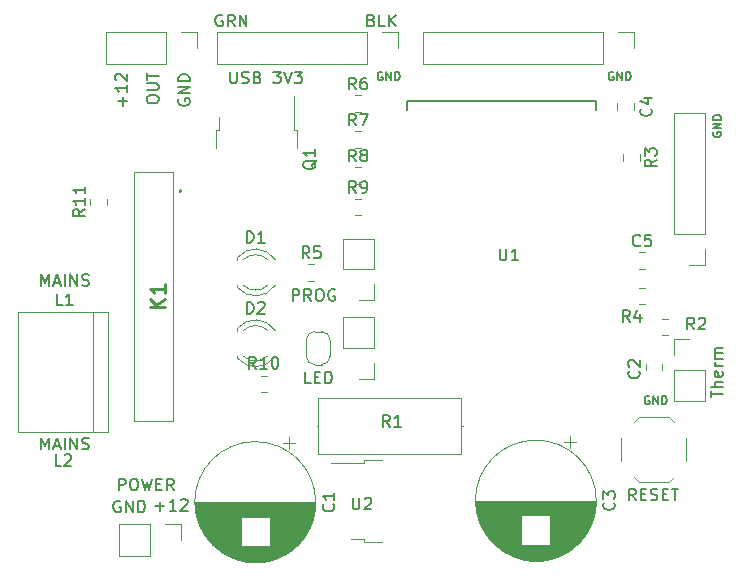
<source format=gbr>
%TF.GenerationSoftware,KiCad,Pcbnew,5.1.6-c6e7f7d~87~ubuntu18.04.1*%
%TF.CreationDate,2022-02-07T12:13:50+00:00*%
%TF.ProjectId,wifiboard-v4,77696669-626f-4617-9264-2d76342e6b69,rev?*%
%TF.SameCoordinates,Original*%
%TF.FileFunction,Legend,Top*%
%TF.FilePolarity,Positive*%
%FSLAX46Y46*%
G04 Gerber Fmt 4.6, Leading zero omitted, Abs format (unit mm)*
G04 Created by KiCad (PCBNEW 5.1.6-c6e7f7d~87~ubuntu18.04.1) date 2022-02-07 12:13:50*
%MOMM*%
%LPD*%
G01*
G04 APERTURE LIST*
%ADD10C,0.150000*%
%ADD11C,0.120000*%
%ADD12C,0.100000*%
%ADD13C,0.200000*%
%ADD14C,0.152400*%
%ADD15C,0.254000*%
G04 APERTURE END LIST*
D10*
X27690476Y-172452380D02*
X27690476Y-171452380D01*
X28071428Y-171452380D01*
X28166666Y-171500000D01*
X28214285Y-171547619D01*
X28261904Y-171642857D01*
X28261904Y-171785714D01*
X28214285Y-171880952D01*
X28166666Y-171928571D01*
X28071428Y-171976190D01*
X27690476Y-171976190D01*
X28880952Y-171452380D02*
X29071428Y-171452380D01*
X29166666Y-171500000D01*
X29261904Y-171595238D01*
X29309523Y-171785714D01*
X29309523Y-172119047D01*
X29261904Y-172309523D01*
X29166666Y-172404761D01*
X29071428Y-172452380D01*
X28880952Y-172452380D01*
X28785714Y-172404761D01*
X28690476Y-172309523D01*
X28642857Y-172119047D01*
X28642857Y-171785714D01*
X28690476Y-171595238D01*
X28785714Y-171500000D01*
X28880952Y-171452380D01*
X29642857Y-171452380D02*
X29880952Y-172452380D01*
X30071428Y-171738095D01*
X30261904Y-172452380D01*
X30500000Y-171452380D01*
X30880952Y-171928571D02*
X31214285Y-171928571D01*
X31357142Y-172452380D02*
X30880952Y-172452380D01*
X30880952Y-171452380D01*
X31357142Y-171452380D01*
X32357142Y-172452380D02*
X32023809Y-171976190D01*
X31785714Y-172452380D02*
X31785714Y-171452380D01*
X32166666Y-171452380D01*
X32261904Y-171500000D01*
X32309523Y-171547619D01*
X32357142Y-171642857D01*
X32357142Y-171785714D01*
X32309523Y-171880952D01*
X32261904Y-171928571D01*
X32166666Y-171976190D01*
X31785714Y-171976190D01*
X21114000Y-168981380D02*
X21114000Y-167981380D01*
X21447333Y-168695666D01*
X21780666Y-167981380D01*
X21780666Y-168981380D01*
X22209238Y-168695666D02*
X22685428Y-168695666D01*
X22114000Y-168981380D02*
X22447333Y-167981380D01*
X22780666Y-168981380D01*
X23114000Y-168981380D02*
X23114000Y-167981380D01*
X23590190Y-168981380D02*
X23590190Y-167981380D01*
X24161619Y-168981380D01*
X24161619Y-167981380D01*
X24590190Y-168933761D02*
X24733047Y-168981380D01*
X24971142Y-168981380D01*
X25066380Y-168933761D01*
X25114000Y-168886142D01*
X25161619Y-168790904D01*
X25161619Y-168695666D01*
X25114000Y-168600428D01*
X25066380Y-168552809D01*
X24971142Y-168505190D01*
X24780666Y-168457571D01*
X24685428Y-168409952D01*
X24637809Y-168362333D01*
X24590190Y-168267095D01*
X24590190Y-168171857D01*
X24637809Y-168076619D01*
X24685428Y-168029000D01*
X24780666Y-167981380D01*
X25018761Y-167981380D01*
X25161619Y-168029000D01*
X22820333Y-170378380D02*
X22344142Y-170378380D01*
X22344142Y-169378380D01*
X23106047Y-169473619D02*
X23153666Y-169426000D01*
X23248904Y-169378380D01*
X23487000Y-169378380D01*
X23582238Y-169426000D01*
X23629857Y-169473619D01*
X23677476Y-169568857D01*
X23677476Y-169664095D01*
X23629857Y-169806952D01*
X23058428Y-170378380D01*
X23677476Y-170378380D01*
X22947333Y-156789380D02*
X22471142Y-156789380D01*
X22471142Y-155789380D01*
X23804476Y-156789380D02*
X23233047Y-156789380D01*
X23518761Y-156789380D02*
X23518761Y-155789380D01*
X23423523Y-155932238D01*
X23328285Y-156027476D01*
X23233047Y-156075095D01*
X72618666Y-164496000D02*
X72552000Y-164462666D01*
X72452000Y-164462666D01*
X72352000Y-164496000D01*
X72285333Y-164562666D01*
X72252000Y-164629333D01*
X72218666Y-164762666D01*
X72218666Y-164862666D01*
X72252000Y-164996000D01*
X72285333Y-165062666D01*
X72352000Y-165129333D01*
X72452000Y-165162666D01*
X72518666Y-165162666D01*
X72618666Y-165129333D01*
X72652000Y-165096000D01*
X72652000Y-164862666D01*
X72518666Y-164862666D01*
X72952000Y-165162666D02*
X72952000Y-164462666D01*
X73352000Y-165162666D01*
X73352000Y-164462666D01*
X73685333Y-165162666D02*
X73685333Y-164462666D01*
X73852000Y-164462666D01*
X73952000Y-164496000D01*
X74018666Y-164562666D01*
X74052000Y-164629333D01*
X74085333Y-164762666D01*
X74085333Y-164862666D01*
X74052000Y-164996000D01*
X74018666Y-165062666D01*
X73952000Y-165129333D01*
X73852000Y-165162666D01*
X73685333Y-165162666D01*
X50012666Y-137064000D02*
X49946000Y-137030666D01*
X49846000Y-137030666D01*
X49746000Y-137064000D01*
X49679333Y-137130666D01*
X49646000Y-137197333D01*
X49612666Y-137330666D01*
X49612666Y-137430666D01*
X49646000Y-137564000D01*
X49679333Y-137630666D01*
X49746000Y-137697333D01*
X49846000Y-137730666D01*
X49912666Y-137730666D01*
X50012666Y-137697333D01*
X50046000Y-137664000D01*
X50046000Y-137430666D01*
X49912666Y-137430666D01*
X50346000Y-137730666D02*
X50346000Y-137030666D01*
X50746000Y-137730666D01*
X50746000Y-137030666D01*
X51079333Y-137730666D02*
X51079333Y-137030666D01*
X51246000Y-137030666D01*
X51346000Y-137064000D01*
X51412666Y-137130666D01*
X51446000Y-137197333D01*
X51479333Y-137330666D01*
X51479333Y-137430666D01*
X51446000Y-137564000D01*
X51412666Y-137630666D01*
X51346000Y-137697333D01*
X51246000Y-137730666D01*
X51079333Y-137730666D01*
X69570666Y-137064000D02*
X69504000Y-137030666D01*
X69404000Y-137030666D01*
X69304000Y-137064000D01*
X69237333Y-137130666D01*
X69204000Y-137197333D01*
X69170666Y-137330666D01*
X69170666Y-137430666D01*
X69204000Y-137564000D01*
X69237333Y-137630666D01*
X69304000Y-137697333D01*
X69404000Y-137730666D01*
X69470666Y-137730666D01*
X69570666Y-137697333D01*
X69604000Y-137664000D01*
X69604000Y-137430666D01*
X69470666Y-137430666D01*
X69904000Y-137730666D02*
X69904000Y-137030666D01*
X70304000Y-137730666D01*
X70304000Y-137030666D01*
X70637333Y-137730666D02*
X70637333Y-137030666D01*
X70804000Y-137030666D01*
X70904000Y-137064000D01*
X70970666Y-137130666D01*
X71004000Y-137197333D01*
X71037333Y-137330666D01*
X71037333Y-137430666D01*
X71004000Y-137564000D01*
X70970666Y-137630666D01*
X70904000Y-137697333D01*
X70804000Y-137730666D01*
X70637333Y-137730666D01*
X78009000Y-142138333D02*
X77975666Y-142205000D01*
X77975666Y-142305000D01*
X78009000Y-142405000D01*
X78075666Y-142471666D01*
X78142333Y-142505000D01*
X78275666Y-142538333D01*
X78375666Y-142538333D01*
X78509000Y-142505000D01*
X78575666Y-142471666D01*
X78642333Y-142405000D01*
X78675666Y-142305000D01*
X78675666Y-142238333D01*
X78642333Y-142138333D01*
X78609000Y-142105000D01*
X78375666Y-142105000D01*
X78375666Y-142238333D01*
X78675666Y-141805000D02*
X77975666Y-141805000D01*
X78675666Y-141405000D01*
X77975666Y-141405000D01*
X78675666Y-141071666D02*
X77975666Y-141071666D01*
X77975666Y-140905000D01*
X78009000Y-140805000D01*
X78075666Y-140738333D01*
X78142333Y-140705000D01*
X78275666Y-140671666D01*
X78375666Y-140671666D01*
X78509000Y-140705000D01*
X78575666Y-140738333D01*
X78642333Y-140805000D01*
X78675666Y-140905000D01*
X78675666Y-141071666D01*
X71445619Y-173299380D02*
X71112285Y-172823190D01*
X70874190Y-173299380D02*
X70874190Y-172299380D01*
X71255142Y-172299380D01*
X71350380Y-172347000D01*
X71398000Y-172394619D01*
X71445619Y-172489857D01*
X71445619Y-172632714D01*
X71398000Y-172727952D01*
X71350380Y-172775571D01*
X71255142Y-172823190D01*
X70874190Y-172823190D01*
X71874190Y-172775571D02*
X72207523Y-172775571D01*
X72350380Y-173299380D02*
X71874190Y-173299380D01*
X71874190Y-172299380D01*
X72350380Y-172299380D01*
X72731333Y-173251761D02*
X72874190Y-173299380D01*
X73112285Y-173299380D01*
X73207523Y-173251761D01*
X73255142Y-173204142D01*
X73302761Y-173108904D01*
X73302761Y-173013666D01*
X73255142Y-172918428D01*
X73207523Y-172870809D01*
X73112285Y-172823190D01*
X72921809Y-172775571D01*
X72826571Y-172727952D01*
X72778952Y-172680333D01*
X72731333Y-172585095D01*
X72731333Y-172489857D01*
X72778952Y-172394619D01*
X72826571Y-172347000D01*
X72921809Y-172299380D01*
X73159904Y-172299380D01*
X73302761Y-172347000D01*
X73731333Y-172775571D02*
X74064666Y-172775571D01*
X74207523Y-173299380D02*
X73731333Y-173299380D01*
X73731333Y-172299380D01*
X74207523Y-172299380D01*
X74493238Y-172299380D02*
X75064666Y-172299380D01*
X74778952Y-173299380D02*
X74778952Y-172299380D01*
X36449095Y-132215000D02*
X36353857Y-132167380D01*
X36211000Y-132167380D01*
X36068142Y-132215000D01*
X35972904Y-132310238D01*
X35925285Y-132405476D01*
X35877666Y-132595952D01*
X35877666Y-132738809D01*
X35925285Y-132929285D01*
X35972904Y-133024523D01*
X36068142Y-133119761D01*
X36211000Y-133167380D01*
X36306238Y-133167380D01*
X36449095Y-133119761D01*
X36496714Y-133072142D01*
X36496714Y-132738809D01*
X36306238Y-132738809D01*
X37496714Y-133167380D02*
X37163380Y-132691190D01*
X36925285Y-133167380D02*
X36925285Y-132167380D01*
X37306238Y-132167380D01*
X37401476Y-132215000D01*
X37449095Y-132262619D01*
X37496714Y-132357857D01*
X37496714Y-132500714D01*
X37449095Y-132595952D01*
X37401476Y-132643571D01*
X37306238Y-132691190D01*
X36925285Y-132691190D01*
X37925285Y-133167380D02*
X37925285Y-132167380D01*
X38496714Y-133167380D01*
X38496714Y-132167380D01*
X49077666Y-132643571D02*
X49220523Y-132691190D01*
X49268142Y-132738809D01*
X49315761Y-132834047D01*
X49315761Y-132976904D01*
X49268142Y-133072142D01*
X49220523Y-133119761D01*
X49125285Y-133167380D01*
X48744333Y-133167380D01*
X48744333Y-132167380D01*
X49077666Y-132167380D01*
X49172904Y-132215000D01*
X49220523Y-132262619D01*
X49268142Y-132357857D01*
X49268142Y-132453095D01*
X49220523Y-132548333D01*
X49172904Y-132595952D01*
X49077666Y-132643571D01*
X48744333Y-132643571D01*
X50220523Y-133167380D02*
X49744333Y-133167380D01*
X49744333Y-132167380D01*
X50553857Y-133167380D02*
X50553857Y-132167380D01*
X51125285Y-133167380D02*
X50696714Y-132595952D01*
X51125285Y-132167380D02*
X50553857Y-132738809D01*
X77811380Y-164575857D02*
X77811380Y-164004428D01*
X78811380Y-164290142D02*
X77811380Y-164290142D01*
X78811380Y-163671095D02*
X77811380Y-163671095D01*
X78811380Y-163242523D02*
X78287571Y-163242523D01*
X78192333Y-163290142D01*
X78144714Y-163385380D01*
X78144714Y-163528238D01*
X78192333Y-163623476D01*
X78239952Y-163671095D01*
X78763761Y-162385380D02*
X78811380Y-162480619D01*
X78811380Y-162671095D01*
X78763761Y-162766333D01*
X78668523Y-162813952D01*
X78287571Y-162813952D01*
X78192333Y-162766333D01*
X78144714Y-162671095D01*
X78144714Y-162480619D01*
X78192333Y-162385380D01*
X78287571Y-162337761D01*
X78382809Y-162337761D01*
X78478047Y-162813952D01*
X78811380Y-161909190D02*
X78144714Y-161909190D01*
X78335190Y-161909190D02*
X78239952Y-161861571D01*
X78192333Y-161813952D01*
X78144714Y-161718714D01*
X78144714Y-161623476D01*
X78811380Y-161290142D02*
X78144714Y-161290142D01*
X78239952Y-161290142D02*
X78192333Y-161242523D01*
X78144714Y-161147285D01*
X78144714Y-161004428D01*
X78192333Y-160909190D01*
X78287571Y-160861571D01*
X78811380Y-160861571D01*
X78287571Y-160861571D02*
X78192333Y-160813952D01*
X78144714Y-160718714D01*
X78144714Y-160575857D01*
X78192333Y-160480619D01*
X78287571Y-160433000D01*
X78811380Y-160433000D01*
X43934142Y-163393380D02*
X43457952Y-163393380D01*
X43457952Y-162393380D01*
X44267476Y-162869571D02*
X44600809Y-162869571D01*
X44743666Y-163393380D02*
X44267476Y-163393380D01*
X44267476Y-162393380D01*
X44743666Y-162393380D01*
X45172238Y-163393380D02*
X45172238Y-162393380D01*
X45410333Y-162393380D01*
X45553190Y-162441000D01*
X45648428Y-162536238D01*
X45696047Y-162631476D01*
X45743666Y-162821952D01*
X45743666Y-162964809D01*
X45696047Y-163155285D01*
X45648428Y-163250523D01*
X45553190Y-163345761D01*
X45410333Y-163393380D01*
X45172238Y-163393380D01*
X42410285Y-156408380D02*
X42410285Y-155408380D01*
X42791238Y-155408380D01*
X42886476Y-155456000D01*
X42934095Y-155503619D01*
X42981714Y-155598857D01*
X42981714Y-155741714D01*
X42934095Y-155836952D01*
X42886476Y-155884571D01*
X42791238Y-155932190D01*
X42410285Y-155932190D01*
X43981714Y-156408380D02*
X43648380Y-155932190D01*
X43410285Y-156408380D02*
X43410285Y-155408380D01*
X43791238Y-155408380D01*
X43886476Y-155456000D01*
X43934095Y-155503619D01*
X43981714Y-155598857D01*
X43981714Y-155741714D01*
X43934095Y-155836952D01*
X43886476Y-155884571D01*
X43791238Y-155932190D01*
X43410285Y-155932190D01*
X44600761Y-155408380D02*
X44791238Y-155408380D01*
X44886476Y-155456000D01*
X44981714Y-155551238D01*
X45029333Y-155741714D01*
X45029333Y-156075047D01*
X44981714Y-156265523D01*
X44886476Y-156360761D01*
X44791238Y-156408380D01*
X44600761Y-156408380D01*
X44505523Y-156360761D01*
X44410285Y-156265523D01*
X44362666Y-156075047D01*
X44362666Y-155741714D01*
X44410285Y-155551238D01*
X44505523Y-155456000D01*
X44600761Y-155408380D01*
X45981714Y-155456000D02*
X45886476Y-155408380D01*
X45743619Y-155408380D01*
X45600761Y-155456000D01*
X45505523Y-155551238D01*
X45457904Y-155646476D01*
X45410285Y-155836952D01*
X45410285Y-155979809D01*
X45457904Y-156170285D01*
X45505523Y-156265523D01*
X45600761Y-156360761D01*
X45743619Y-156408380D01*
X45838857Y-156408380D01*
X45981714Y-156360761D01*
X46029333Y-156313142D01*
X46029333Y-155979809D01*
X45838857Y-155979809D01*
X37108190Y-136993380D02*
X37108190Y-137802904D01*
X37155809Y-137898142D01*
X37203428Y-137945761D01*
X37298666Y-137993380D01*
X37489142Y-137993380D01*
X37584380Y-137945761D01*
X37632000Y-137898142D01*
X37679619Y-137802904D01*
X37679619Y-136993380D01*
X38108190Y-137945761D02*
X38251047Y-137993380D01*
X38489142Y-137993380D01*
X38584380Y-137945761D01*
X38632000Y-137898142D01*
X38679619Y-137802904D01*
X38679619Y-137707666D01*
X38632000Y-137612428D01*
X38584380Y-137564809D01*
X38489142Y-137517190D01*
X38298666Y-137469571D01*
X38203428Y-137421952D01*
X38155809Y-137374333D01*
X38108190Y-137279095D01*
X38108190Y-137183857D01*
X38155809Y-137088619D01*
X38203428Y-137041000D01*
X38298666Y-136993380D01*
X38536761Y-136993380D01*
X38679619Y-137041000D01*
X39441523Y-137469571D02*
X39584380Y-137517190D01*
X39632000Y-137564809D01*
X39679619Y-137660047D01*
X39679619Y-137802904D01*
X39632000Y-137898142D01*
X39584380Y-137945761D01*
X39489142Y-137993380D01*
X39108190Y-137993380D01*
X39108190Y-136993380D01*
X39441523Y-136993380D01*
X39536761Y-137041000D01*
X39584380Y-137088619D01*
X39632000Y-137183857D01*
X39632000Y-137279095D01*
X39584380Y-137374333D01*
X39536761Y-137421952D01*
X39441523Y-137469571D01*
X39108190Y-137469571D01*
X40774857Y-136993380D02*
X41393904Y-136993380D01*
X41060571Y-137374333D01*
X41203428Y-137374333D01*
X41298666Y-137421952D01*
X41346285Y-137469571D01*
X41393904Y-137564809D01*
X41393904Y-137802904D01*
X41346285Y-137898142D01*
X41298666Y-137945761D01*
X41203428Y-137993380D01*
X40917714Y-137993380D01*
X40822476Y-137945761D01*
X40774857Y-137898142D01*
X41679619Y-136993380D02*
X42012952Y-137993380D01*
X42346285Y-136993380D01*
X42584380Y-136993380D02*
X43203428Y-136993380D01*
X42870095Y-137374333D01*
X43012952Y-137374333D01*
X43108190Y-137421952D01*
X43155809Y-137469571D01*
X43203428Y-137564809D01*
X43203428Y-137802904D01*
X43155809Y-137898142D01*
X43108190Y-137945761D01*
X43012952Y-137993380D01*
X42727238Y-137993380D01*
X42632000Y-137945761D01*
X42584380Y-137898142D01*
X32774000Y-139318904D02*
X32726380Y-139414142D01*
X32726380Y-139557000D01*
X32774000Y-139699857D01*
X32869238Y-139795095D01*
X32964476Y-139842714D01*
X33154952Y-139890333D01*
X33297809Y-139890333D01*
X33488285Y-139842714D01*
X33583523Y-139795095D01*
X33678761Y-139699857D01*
X33726380Y-139557000D01*
X33726380Y-139461761D01*
X33678761Y-139318904D01*
X33631142Y-139271285D01*
X33297809Y-139271285D01*
X33297809Y-139461761D01*
X33726380Y-138842714D02*
X32726380Y-138842714D01*
X33726380Y-138271285D01*
X32726380Y-138271285D01*
X33726380Y-137795095D02*
X32726380Y-137795095D01*
X32726380Y-137557000D01*
X32774000Y-137414142D01*
X32869238Y-137318904D01*
X32964476Y-137271285D01*
X33154952Y-137223666D01*
X33297809Y-137223666D01*
X33488285Y-137271285D01*
X33583523Y-137318904D01*
X33678761Y-137414142D01*
X33726380Y-137557000D01*
X33726380Y-137795095D01*
X30059380Y-139430000D02*
X30059380Y-139239523D01*
X30107000Y-139144285D01*
X30202238Y-139049047D01*
X30392714Y-139001428D01*
X30726047Y-139001428D01*
X30916523Y-139049047D01*
X31011761Y-139144285D01*
X31059380Y-139239523D01*
X31059380Y-139430000D01*
X31011761Y-139525238D01*
X30916523Y-139620476D01*
X30726047Y-139668095D01*
X30392714Y-139668095D01*
X30202238Y-139620476D01*
X30107000Y-139525238D01*
X30059380Y-139430000D01*
X30059380Y-138572857D02*
X30868904Y-138572857D01*
X30964142Y-138525238D01*
X31011761Y-138477619D01*
X31059380Y-138382380D01*
X31059380Y-138191904D01*
X31011761Y-138096666D01*
X30964142Y-138049047D01*
X30868904Y-138001428D01*
X30059380Y-138001428D01*
X30059380Y-137668095D02*
X30059380Y-137096666D01*
X31059380Y-137382380D02*
X30059380Y-137382380D01*
X28011428Y-139890333D02*
X28011428Y-139128428D01*
X28392380Y-139509380D02*
X27630476Y-139509380D01*
X28392380Y-138128428D02*
X28392380Y-138699857D01*
X28392380Y-138414142D02*
X27392380Y-138414142D01*
X27535238Y-138509380D01*
X27630476Y-138604619D01*
X27678095Y-138699857D01*
X27487619Y-137747476D02*
X27440000Y-137699857D01*
X27392380Y-137604619D01*
X27392380Y-137366523D01*
X27440000Y-137271285D01*
X27487619Y-137223666D01*
X27582857Y-137176047D01*
X27678095Y-137176047D01*
X27820952Y-137223666D01*
X28392380Y-137795095D01*
X28392380Y-137176047D01*
X21114000Y-155138380D02*
X21114000Y-154138380D01*
X21447333Y-154852666D01*
X21780666Y-154138380D01*
X21780666Y-155138380D01*
X22209238Y-154852666D02*
X22685428Y-154852666D01*
X22114000Y-155138380D02*
X22447333Y-154138380D01*
X22780666Y-155138380D01*
X23114000Y-155138380D02*
X23114000Y-154138380D01*
X23590190Y-155138380D02*
X23590190Y-154138380D01*
X24161619Y-155138380D01*
X24161619Y-154138380D01*
X24590190Y-155090761D02*
X24733047Y-155138380D01*
X24971142Y-155138380D01*
X25066380Y-155090761D01*
X25114000Y-155043142D01*
X25161619Y-154947904D01*
X25161619Y-154852666D01*
X25114000Y-154757428D01*
X25066380Y-154709809D01*
X24971142Y-154662190D01*
X24780666Y-154614571D01*
X24685428Y-154566952D01*
X24637809Y-154519333D01*
X24590190Y-154424095D01*
X24590190Y-154328857D01*
X24637809Y-154233619D01*
X24685428Y-154186000D01*
X24780666Y-154138380D01*
X25018761Y-154138380D01*
X25161619Y-154186000D01*
X27813095Y-173363000D02*
X27717857Y-173315380D01*
X27575000Y-173315380D01*
X27432142Y-173363000D01*
X27336904Y-173458238D01*
X27289285Y-173553476D01*
X27241666Y-173743952D01*
X27241666Y-173886809D01*
X27289285Y-174077285D01*
X27336904Y-174172523D01*
X27432142Y-174267761D01*
X27575000Y-174315380D01*
X27670238Y-174315380D01*
X27813095Y-174267761D01*
X27860714Y-174220142D01*
X27860714Y-173886809D01*
X27670238Y-173886809D01*
X28289285Y-174315380D02*
X28289285Y-173315380D01*
X28860714Y-174315380D01*
X28860714Y-173315380D01*
X29336904Y-174315380D02*
X29336904Y-173315380D01*
X29575000Y-173315380D01*
X29717857Y-173363000D01*
X29813095Y-173458238D01*
X29860714Y-173553476D01*
X29908333Y-173743952D01*
X29908333Y-173886809D01*
X29860714Y-174077285D01*
X29813095Y-174172523D01*
X29717857Y-174267761D01*
X29575000Y-174315380D01*
X29336904Y-174315380D01*
X30797666Y-173807428D02*
X31559571Y-173807428D01*
X31178619Y-174188380D02*
X31178619Y-173426476D01*
X32559571Y-174188380D02*
X31988142Y-174188380D01*
X32273857Y-174188380D02*
X32273857Y-173188380D01*
X32178619Y-173331238D01*
X32083380Y-173426476D01*
X31988142Y-173474095D01*
X32940523Y-173283619D02*
X32988142Y-173236000D01*
X33083380Y-173188380D01*
X33321476Y-173188380D01*
X33416714Y-173236000D01*
X33464333Y-173283619D01*
X33511952Y-173378857D01*
X33511952Y-173474095D01*
X33464333Y-173616952D01*
X32892904Y-174188380D01*
X33511952Y-174188380D01*
D11*
%TO.C,C1*%
X42618000Y-168462354D02*
X41618000Y-168462354D01*
X42118000Y-167962354D02*
X42118000Y-168962354D01*
X39842000Y-178523000D02*
X38644000Y-178523000D01*
X40105000Y-178483000D02*
X38381000Y-178483000D01*
X40305000Y-178443000D02*
X38181000Y-178443000D01*
X40473000Y-178403000D02*
X38013000Y-178403000D01*
X40621000Y-178363000D02*
X37865000Y-178363000D01*
X40753000Y-178323000D02*
X37733000Y-178323000D01*
X40873000Y-178283000D02*
X37613000Y-178283000D01*
X40985000Y-178243000D02*
X37501000Y-178243000D01*
X41089000Y-178203000D02*
X37397000Y-178203000D01*
X41187000Y-178163000D02*
X37299000Y-178163000D01*
X41280000Y-178123000D02*
X37206000Y-178123000D01*
X41368000Y-178083000D02*
X37118000Y-178083000D01*
X41452000Y-178043000D02*
X37034000Y-178043000D01*
X41532000Y-178003000D02*
X36954000Y-178003000D01*
X41608000Y-177963000D02*
X36878000Y-177963000D01*
X41682000Y-177923000D02*
X36804000Y-177923000D01*
X41753000Y-177883000D02*
X36733000Y-177883000D01*
X41822000Y-177843000D02*
X36664000Y-177843000D01*
X41888000Y-177803000D02*
X36598000Y-177803000D01*
X41952000Y-177763000D02*
X36534000Y-177763000D01*
X42013000Y-177723000D02*
X36473000Y-177723000D01*
X42073000Y-177683000D02*
X36413000Y-177683000D01*
X42132000Y-177643000D02*
X36354000Y-177643000D01*
X42188000Y-177603000D02*
X36298000Y-177603000D01*
X42243000Y-177563000D02*
X36243000Y-177563000D01*
X42297000Y-177523000D02*
X36189000Y-177523000D01*
X42349000Y-177483000D02*
X36137000Y-177483000D01*
X42399000Y-177443000D02*
X36087000Y-177443000D01*
X42449000Y-177403000D02*
X36037000Y-177403000D01*
X42497000Y-177363000D02*
X35989000Y-177363000D01*
X42544000Y-177323000D02*
X35942000Y-177323000D01*
X42590000Y-177283000D02*
X35896000Y-177283000D01*
X42635000Y-177243000D02*
X35851000Y-177243000D01*
X42679000Y-177203000D02*
X35807000Y-177203000D01*
X38002000Y-177163000D02*
X35765000Y-177163000D01*
X42721000Y-177163000D02*
X40484000Y-177163000D01*
X38002000Y-177123000D02*
X35723000Y-177123000D01*
X42763000Y-177123000D02*
X40484000Y-177123000D01*
X38002000Y-177083000D02*
X35682000Y-177083000D01*
X42804000Y-177083000D02*
X40484000Y-177083000D01*
X38002000Y-177043000D02*
X35642000Y-177043000D01*
X42844000Y-177043000D02*
X40484000Y-177043000D01*
X38002000Y-177003000D02*
X35603000Y-177003000D01*
X42883000Y-177003000D02*
X40484000Y-177003000D01*
X38002000Y-176963000D02*
X35564000Y-176963000D01*
X42922000Y-176963000D02*
X40484000Y-176963000D01*
X38002000Y-176923000D02*
X35527000Y-176923000D01*
X42959000Y-176923000D02*
X40484000Y-176923000D01*
X38002000Y-176883000D02*
X35490000Y-176883000D01*
X42996000Y-176883000D02*
X40484000Y-176883000D01*
X38002000Y-176843000D02*
X35454000Y-176843000D01*
X43032000Y-176843000D02*
X40484000Y-176843000D01*
X38002000Y-176803000D02*
X35419000Y-176803000D01*
X43067000Y-176803000D02*
X40484000Y-176803000D01*
X38002000Y-176763000D02*
X35385000Y-176763000D01*
X43101000Y-176763000D02*
X40484000Y-176763000D01*
X38002000Y-176723000D02*
X35351000Y-176723000D01*
X43135000Y-176723000D02*
X40484000Y-176723000D01*
X38002000Y-176683000D02*
X35318000Y-176683000D01*
X43168000Y-176683000D02*
X40484000Y-176683000D01*
X38002000Y-176643000D02*
X35286000Y-176643000D01*
X43200000Y-176643000D02*
X40484000Y-176643000D01*
X38002000Y-176603000D02*
X35254000Y-176603000D01*
X43232000Y-176603000D02*
X40484000Y-176603000D01*
X38002000Y-176563000D02*
X35223000Y-176563000D01*
X43263000Y-176563000D02*
X40484000Y-176563000D01*
X38002000Y-176523000D02*
X35193000Y-176523000D01*
X43293000Y-176523000D02*
X40484000Y-176523000D01*
X38002000Y-176483000D02*
X35163000Y-176483000D01*
X43323000Y-176483000D02*
X40484000Y-176483000D01*
X38002000Y-176443000D02*
X35133000Y-176443000D01*
X43353000Y-176443000D02*
X40484000Y-176443000D01*
X38002000Y-176403000D02*
X35105000Y-176403000D01*
X43381000Y-176403000D02*
X40484000Y-176403000D01*
X38002000Y-176363000D02*
X35077000Y-176363000D01*
X43409000Y-176363000D02*
X40484000Y-176363000D01*
X38002000Y-176323000D02*
X35049000Y-176323000D01*
X43437000Y-176323000D02*
X40484000Y-176323000D01*
X38002000Y-176283000D02*
X35022000Y-176283000D01*
X43464000Y-176283000D02*
X40484000Y-176283000D01*
X38002000Y-176243000D02*
X34996000Y-176243000D01*
X43490000Y-176243000D02*
X40484000Y-176243000D01*
X38002000Y-176203000D02*
X34970000Y-176203000D01*
X43516000Y-176203000D02*
X40484000Y-176203000D01*
X38002000Y-176163000D02*
X34945000Y-176163000D01*
X43541000Y-176163000D02*
X40484000Y-176163000D01*
X38002000Y-176123000D02*
X34920000Y-176123000D01*
X43566000Y-176123000D02*
X40484000Y-176123000D01*
X38002000Y-176083000D02*
X34896000Y-176083000D01*
X43590000Y-176083000D02*
X40484000Y-176083000D01*
X38002000Y-176043000D02*
X34872000Y-176043000D01*
X43614000Y-176043000D02*
X40484000Y-176043000D01*
X38002000Y-176003000D02*
X34848000Y-176003000D01*
X43638000Y-176003000D02*
X40484000Y-176003000D01*
X38002000Y-175963000D02*
X34826000Y-175963000D01*
X43660000Y-175963000D02*
X40484000Y-175963000D01*
X38002000Y-175923000D02*
X34803000Y-175923000D01*
X43683000Y-175923000D02*
X40484000Y-175923000D01*
X38002000Y-175883000D02*
X34781000Y-175883000D01*
X43705000Y-175883000D02*
X40484000Y-175883000D01*
X38002000Y-175843000D02*
X34760000Y-175843000D01*
X43726000Y-175843000D02*
X40484000Y-175843000D01*
X38002000Y-175803000D02*
X34739000Y-175803000D01*
X43747000Y-175803000D02*
X40484000Y-175803000D01*
X38002000Y-175763000D02*
X34718000Y-175763000D01*
X43768000Y-175763000D02*
X40484000Y-175763000D01*
X38002000Y-175723000D02*
X34698000Y-175723000D01*
X43788000Y-175723000D02*
X40484000Y-175723000D01*
X38002000Y-175683000D02*
X34679000Y-175683000D01*
X43807000Y-175683000D02*
X40484000Y-175683000D01*
X38002000Y-175643000D02*
X34659000Y-175643000D01*
X43827000Y-175643000D02*
X40484000Y-175643000D01*
X38002000Y-175603000D02*
X34640000Y-175603000D01*
X43846000Y-175603000D02*
X40484000Y-175603000D01*
X38002000Y-175563000D02*
X34622000Y-175563000D01*
X43864000Y-175563000D02*
X40484000Y-175563000D01*
X38002000Y-175523000D02*
X34604000Y-175523000D01*
X43882000Y-175523000D02*
X40484000Y-175523000D01*
X38002000Y-175483000D02*
X34586000Y-175483000D01*
X43900000Y-175483000D02*
X40484000Y-175483000D01*
X38002000Y-175443000D02*
X34569000Y-175443000D01*
X43917000Y-175443000D02*
X40484000Y-175443000D01*
X38002000Y-175403000D02*
X34553000Y-175403000D01*
X43933000Y-175403000D02*
X40484000Y-175403000D01*
X38002000Y-175363000D02*
X34536000Y-175363000D01*
X43950000Y-175363000D02*
X40484000Y-175363000D01*
X38002000Y-175323000D02*
X34520000Y-175323000D01*
X43966000Y-175323000D02*
X40484000Y-175323000D01*
X38002000Y-175283000D02*
X34505000Y-175283000D01*
X43981000Y-175283000D02*
X40484000Y-175283000D01*
X38002000Y-175243000D02*
X34489000Y-175243000D01*
X43997000Y-175243000D02*
X40484000Y-175243000D01*
X38002000Y-175203000D02*
X34475000Y-175203000D01*
X44011000Y-175203000D02*
X40484000Y-175203000D01*
X38002000Y-175163000D02*
X34460000Y-175163000D01*
X44026000Y-175163000D02*
X40484000Y-175163000D01*
X38002000Y-175123000D02*
X34446000Y-175123000D01*
X44040000Y-175123000D02*
X40484000Y-175123000D01*
X38002000Y-175083000D02*
X34432000Y-175083000D01*
X44054000Y-175083000D02*
X40484000Y-175083000D01*
X38002000Y-175043000D02*
X34419000Y-175043000D01*
X44067000Y-175043000D02*
X40484000Y-175043000D01*
X38002000Y-175003000D02*
X34406000Y-175003000D01*
X44080000Y-175003000D02*
X40484000Y-175003000D01*
X38002000Y-174963000D02*
X34393000Y-174963000D01*
X44093000Y-174963000D02*
X40484000Y-174963000D01*
X38002000Y-174923000D02*
X34381000Y-174923000D01*
X44105000Y-174923000D02*
X40484000Y-174923000D01*
X38002000Y-174883000D02*
X34369000Y-174883000D01*
X44117000Y-174883000D02*
X40484000Y-174883000D01*
X38002000Y-174843000D02*
X34358000Y-174843000D01*
X44128000Y-174843000D02*
X40484000Y-174843000D01*
X38002000Y-174803000D02*
X34346000Y-174803000D01*
X44140000Y-174803000D02*
X40484000Y-174803000D01*
X38002000Y-174763000D02*
X34336000Y-174763000D01*
X44150000Y-174763000D02*
X40484000Y-174763000D01*
X38002000Y-174723000D02*
X34325000Y-174723000D01*
X44161000Y-174723000D02*
X40484000Y-174723000D01*
X44171000Y-174683000D02*
X34315000Y-174683000D01*
X44181000Y-174643000D02*
X34305000Y-174643000D01*
X44190000Y-174603000D02*
X34296000Y-174603000D01*
X44199000Y-174563000D02*
X34287000Y-174563000D01*
X44208000Y-174523000D02*
X34278000Y-174523000D01*
X44217000Y-174483000D02*
X34269000Y-174483000D01*
X44225000Y-174443000D02*
X34261000Y-174443000D01*
X44233000Y-174403000D02*
X34253000Y-174403000D01*
X44240000Y-174363000D02*
X34246000Y-174363000D01*
X44247000Y-174323000D02*
X34239000Y-174323000D01*
X44254000Y-174283000D02*
X34232000Y-174283000D01*
X44261000Y-174243000D02*
X34225000Y-174243000D01*
X44267000Y-174203000D02*
X34219000Y-174203000D01*
X44273000Y-174163000D02*
X34213000Y-174163000D01*
X44278000Y-174122000D02*
X34208000Y-174122000D01*
X44283000Y-174082000D02*
X34203000Y-174082000D01*
X44288000Y-174042000D02*
X34198000Y-174042000D01*
X44293000Y-174002000D02*
X34193000Y-174002000D01*
X44297000Y-173962000D02*
X34189000Y-173962000D01*
X44301000Y-173922000D02*
X34185000Y-173922000D01*
X44305000Y-173882000D02*
X34181000Y-173882000D01*
X44308000Y-173842000D02*
X34178000Y-173842000D01*
X44311000Y-173802000D02*
X34175000Y-173802000D01*
X44313000Y-173762000D02*
X34173000Y-173762000D01*
X44316000Y-173722000D02*
X34170000Y-173722000D01*
X44318000Y-173682000D02*
X34168000Y-173682000D01*
X44320000Y-173642000D02*
X34166000Y-173642000D01*
X44321000Y-173602000D02*
X34165000Y-173602000D01*
X44322000Y-173562000D02*
X34164000Y-173562000D01*
X44323000Y-173522000D02*
X34163000Y-173522000D01*
X44323000Y-173482000D02*
X34163000Y-173482000D01*
X44323000Y-173442000D02*
X34163000Y-173442000D01*
X44363000Y-173442000D02*
G75*
G03*
X44363000Y-173442000I-5120000J0D01*
G01*
%TO.C,C2*%
X72290000Y-161741422D02*
X72290000Y-162258578D01*
X73710000Y-161741422D02*
X73710000Y-162258578D01*
%TO.C,C3*%
X68120000Y-173315000D02*
G75*
G03*
X68120000Y-173315000I-5120000J0D01*
G01*
X68080000Y-173315000D02*
X57920000Y-173315000D01*
X68080000Y-173355000D02*
X57920000Y-173355000D01*
X68080000Y-173395000D02*
X57920000Y-173395000D01*
X68079000Y-173435000D02*
X57921000Y-173435000D01*
X68078000Y-173475000D02*
X57922000Y-173475000D01*
X68077000Y-173515000D02*
X57923000Y-173515000D01*
X68075000Y-173555000D02*
X57925000Y-173555000D01*
X68073000Y-173595000D02*
X57927000Y-173595000D01*
X68070000Y-173635000D02*
X57930000Y-173635000D01*
X68068000Y-173675000D02*
X57932000Y-173675000D01*
X68065000Y-173715000D02*
X57935000Y-173715000D01*
X68062000Y-173755000D02*
X57938000Y-173755000D01*
X68058000Y-173795000D02*
X57942000Y-173795000D01*
X68054000Y-173835000D02*
X57946000Y-173835000D01*
X68050000Y-173875000D02*
X57950000Y-173875000D01*
X68045000Y-173915000D02*
X57955000Y-173915000D01*
X68040000Y-173955000D02*
X57960000Y-173955000D01*
X68035000Y-173995000D02*
X57965000Y-173995000D01*
X68030000Y-174036000D02*
X57970000Y-174036000D01*
X68024000Y-174076000D02*
X57976000Y-174076000D01*
X68018000Y-174116000D02*
X57982000Y-174116000D01*
X68011000Y-174156000D02*
X57989000Y-174156000D01*
X68004000Y-174196000D02*
X57996000Y-174196000D01*
X67997000Y-174236000D02*
X58003000Y-174236000D01*
X67990000Y-174276000D02*
X58010000Y-174276000D01*
X67982000Y-174316000D02*
X58018000Y-174316000D01*
X67974000Y-174356000D02*
X58026000Y-174356000D01*
X67965000Y-174396000D02*
X58035000Y-174396000D01*
X67956000Y-174436000D02*
X58044000Y-174436000D01*
X67947000Y-174476000D02*
X58053000Y-174476000D01*
X67938000Y-174516000D02*
X58062000Y-174516000D01*
X67928000Y-174556000D02*
X58072000Y-174556000D01*
X67918000Y-174596000D02*
X64241000Y-174596000D01*
X61759000Y-174596000D02*
X58082000Y-174596000D01*
X67907000Y-174636000D02*
X64241000Y-174636000D01*
X61759000Y-174636000D02*
X58093000Y-174636000D01*
X67897000Y-174676000D02*
X64241000Y-174676000D01*
X61759000Y-174676000D02*
X58103000Y-174676000D01*
X67885000Y-174716000D02*
X64241000Y-174716000D01*
X61759000Y-174716000D02*
X58115000Y-174716000D01*
X67874000Y-174756000D02*
X64241000Y-174756000D01*
X61759000Y-174756000D02*
X58126000Y-174756000D01*
X67862000Y-174796000D02*
X64241000Y-174796000D01*
X61759000Y-174796000D02*
X58138000Y-174796000D01*
X67850000Y-174836000D02*
X64241000Y-174836000D01*
X61759000Y-174836000D02*
X58150000Y-174836000D01*
X67837000Y-174876000D02*
X64241000Y-174876000D01*
X61759000Y-174876000D02*
X58163000Y-174876000D01*
X67824000Y-174916000D02*
X64241000Y-174916000D01*
X61759000Y-174916000D02*
X58176000Y-174916000D01*
X67811000Y-174956000D02*
X64241000Y-174956000D01*
X61759000Y-174956000D02*
X58189000Y-174956000D01*
X67797000Y-174996000D02*
X64241000Y-174996000D01*
X61759000Y-174996000D02*
X58203000Y-174996000D01*
X67783000Y-175036000D02*
X64241000Y-175036000D01*
X61759000Y-175036000D02*
X58217000Y-175036000D01*
X67768000Y-175076000D02*
X64241000Y-175076000D01*
X61759000Y-175076000D02*
X58232000Y-175076000D01*
X67754000Y-175116000D02*
X64241000Y-175116000D01*
X61759000Y-175116000D02*
X58246000Y-175116000D01*
X67738000Y-175156000D02*
X64241000Y-175156000D01*
X61759000Y-175156000D02*
X58262000Y-175156000D01*
X67723000Y-175196000D02*
X64241000Y-175196000D01*
X61759000Y-175196000D02*
X58277000Y-175196000D01*
X67707000Y-175236000D02*
X64241000Y-175236000D01*
X61759000Y-175236000D02*
X58293000Y-175236000D01*
X67690000Y-175276000D02*
X64241000Y-175276000D01*
X61759000Y-175276000D02*
X58310000Y-175276000D01*
X67674000Y-175316000D02*
X64241000Y-175316000D01*
X61759000Y-175316000D02*
X58326000Y-175316000D01*
X67657000Y-175356000D02*
X64241000Y-175356000D01*
X61759000Y-175356000D02*
X58343000Y-175356000D01*
X67639000Y-175396000D02*
X64241000Y-175396000D01*
X61759000Y-175396000D02*
X58361000Y-175396000D01*
X67621000Y-175436000D02*
X64241000Y-175436000D01*
X61759000Y-175436000D02*
X58379000Y-175436000D01*
X67603000Y-175476000D02*
X64241000Y-175476000D01*
X61759000Y-175476000D02*
X58397000Y-175476000D01*
X67584000Y-175516000D02*
X64241000Y-175516000D01*
X61759000Y-175516000D02*
X58416000Y-175516000D01*
X67564000Y-175556000D02*
X64241000Y-175556000D01*
X61759000Y-175556000D02*
X58436000Y-175556000D01*
X67545000Y-175596000D02*
X64241000Y-175596000D01*
X61759000Y-175596000D02*
X58455000Y-175596000D01*
X67525000Y-175636000D02*
X64241000Y-175636000D01*
X61759000Y-175636000D02*
X58475000Y-175636000D01*
X67504000Y-175676000D02*
X64241000Y-175676000D01*
X61759000Y-175676000D02*
X58496000Y-175676000D01*
X67483000Y-175716000D02*
X64241000Y-175716000D01*
X61759000Y-175716000D02*
X58517000Y-175716000D01*
X67462000Y-175756000D02*
X64241000Y-175756000D01*
X61759000Y-175756000D02*
X58538000Y-175756000D01*
X67440000Y-175796000D02*
X64241000Y-175796000D01*
X61759000Y-175796000D02*
X58560000Y-175796000D01*
X67417000Y-175836000D02*
X64241000Y-175836000D01*
X61759000Y-175836000D02*
X58583000Y-175836000D01*
X67395000Y-175876000D02*
X64241000Y-175876000D01*
X61759000Y-175876000D02*
X58605000Y-175876000D01*
X67371000Y-175916000D02*
X64241000Y-175916000D01*
X61759000Y-175916000D02*
X58629000Y-175916000D01*
X67347000Y-175956000D02*
X64241000Y-175956000D01*
X61759000Y-175956000D02*
X58653000Y-175956000D01*
X67323000Y-175996000D02*
X64241000Y-175996000D01*
X61759000Y-175996000D02*
X58677000Y-175996000D01*
X67298000Y-176036000D02*
X64241000Y-176036000D01*
X61759000Y-176036000D02*
X58702000Y-176036000D01*
X67273000Y-176076000D02*
X64241000Y-176076000D01*
X61759000Y-176076000D02*
X58727000Y-176076000D01*
X67247000Y-176116000D02*
X64241000Y-176116000D01*
X61759000Y-176116000D02*
X58753000Y-176116000D01*
X67221000Y-176156000D02*
X64241000Y-176156000D01*
X61759000Y-176156000D02*
X58779000Y-176156000D01*
X67194000Y-176196000D02*
X64241000Y-176196000D01*
X61759000Y-176196000D02*
X58806000Y-176196000D01*
X67166000Y-176236000D02*
X64241000Y-176236000D01*
X61759000Y-176236000D02*
X58834000Y-176236000D01*
X67138000Y-176276000D02*
X64241000Y-176276000D01*
X61759000Y-176276000D02*
X58862000Y-176276000D01*
X67110000Y-176316000D02*
X64241000Y-176316000D01*
X61759000Y-176316000D02*
X58890000Y-176316000D01*
X67080000Y-176356000D02*
X64241000Y-176356000D01*
X61759000Y-176356000D02*
X58920000Y-176356000D01*
X67050000Y-176396000D02*
X64241000Y-176396000D01*
X61759000Y-176396000D02*
X58950000Y-176396000D01*
X67020000Y-176436000D02*
X64241000Y-176436000D01*
X61759000Y-176436000D02*
X58980000Y-176436000D01*
X66989000Y-176476000D02*
X64241000Y-176476000D01*
X61759000Y-176476000D02*
X59011000Y-176476000D01*
X66957000Y-176516000D02*
X64241000Y-176516000D01*
X61759000Y-176516000D02*
X59043000Y-176516000D01*
X66925000Y-176556000D02*
X64241000Y-176556000D01*
X61759000Y-176556000D02*
X59075000Y-176556000D01*
X66892000Y-176596000D02*
X64241000Y-176596000D01*
X61759000Y-176596000D02*
X59108000Y-176596000D01*
X66858000Y-176636000D02*
X64241000Y-176636000D01*
X61759000Y-176636000D02*
X59142000Y-176636000D01*
X66824000Y-176676000D02*
X64241000Y-176676000D01*
X61759000Y-176676000D02*
X59176000Y-176676000D01*
X66789000Y-176716000D02*
X64241000Y-176716000D01*
X61759000Y-176716000D02*
X59211000Y-176716000D01*
X66753000Y-176756000D02*
X64241000Y-176756000D01*
X61759000Y-176756000D02*
X59247000Y-176756000D01*
X66716000Y-176796000D02*
X64241000Y-176796000D01*
X61759000Y-176796000D02*
X59284000Y-176796000D01*
X66679000Y-176836000D02*
X64241000Y-176836000D01*
X61759000Y-176836000D02*
X59321000Y-176836000D01*
X66640000Y-176876000D02*
X64241000Y-176876000D01*
X61759000Y-176876000D02*
X59360000Y-176876000D01*
X66601000Y-176916000D02*
X64241000Y-176916000D01*
X61759000Y-176916000D02*
X59399000Y-176916000D01*
X66561000Y-176956000D02*
X64241000Y-176956000D01*
X61759000Y-176956000D02*
X59439000Y-176956000D01*
X66520000Y-176996000D02*
X64241000Y-176996000D01*
X61759000Y-176996000D02*
X59480000Y-176996000D01*
X66478000Y-177036000D02*
X64241000Y-177036000D01*
X61759000Y-177036000D02*
X59522000Y-177036000D01*
X66436000Y-177076000D02*
X59564000Y-177076000D01*
X66392000Y-177116000D02*
X59608000Y-177116000D01*
X66347000Y-177156000D02*
X59653000Y-177156000D01*
X66301000Y-177196000D02*
X59699000Y-177196000D01*
X66254000Y-177236000D02*
X59746000Y-177236000D01*
X66206000Y-177276000D02*
X59794000Y-177276000D01*
X66156000Y-177316000D02*
X59844000Y-177316000D01*
X66106000Y-177356000D02*
X59894000Y-177356000D01*
X66054000Y-177396000D02*
X59946000Y-177396000D01*
X66000000Y-177436000D02*
X60000000Y-177436000D01*
X65945000Y-177476000D02*
X60055000Y-177476000D01*
X65889000Y-177516000D02*
X60111000Y-177516000D01*
X65830000Y-177556000D02*
X60170000Y-177556000D01*
X65770000Y-177596000D02*
X60230000Y-177596000D01*
X65709000Y-177636000D02*
X60291000Y-177636000D01*
X65645000Y-177676000D02*
X60355000Y-177676000D01*
X65579000Y-177716000D02*
X60421000Y-177716000D01*
X65510000Y-177756000D02*
X60490000Y-177756000D01*
X65439000Y-177796000D02*
X60561000Y-177796000D01*
X65365000Y-177836000D02*
X60635000Y-177836000D01*
X65289000Y-177876000D02*
X60711000Y-177876000D01*
X65209000Y-177916000D02*
X60791000Y-177916000D01*
X65125000Y-177956000D02*
X60875000Y-177956000D01*
X65037000Y-177996000D02*
X60963000Y-177996000D01*
X64944000Y-178036000D02*
X61056000Y-178036000D01*
X64846000Y-178076000D02*
X61154000Y-178076000D01*
X64742000Y-178116000D02*
X61258000Y-178116000D01*
X64630000Y-178156000D02*
X61370000Y-178156000D01*
X64510000Y-178196000D02*
X61490000Y-178196000D01*
X64378000Y-178236000D02*
X61622000Y-178236000D01*
X64230000Y-178276000D02*
X61770000Y-178276000D01*
X64062000Y-178316000D02*
X61938000Y-178316000D01*
X63862000Y-178356000D02*
X62138000Y-178356000D01*
X63599000Y-178396000D02*
X62401000Y-178396000D01*
X65875000Y-167835354D02*
X65875000Y-168835354D01*
X66375000Y-168335354D02*
X65375000Y-168335354D01*
%TO.C,C4*%
X69902000Y-140212578D02*
X69902000Y-139695422D01*
X71322000Y-140212578D02*
X71322000Y-139695422D01*
%TO.C,C5*%
X71741422Y-152290000D02*
X72258578Y-152290000D01*
X71741422Y-153710000D02*
X72258578Y-153710000D01*
%TO.C,D1*%
X37710000Y-155080000D02*
X37710000Y-155236000D01*
X37710000Y-152764000D02*
X37710000Y-152920000D01*
X40311130Y-155079837D02*
G75*
G02*
X38229039Y-155080000I-1041130J1079837D01*
G01*
X40311130Y-152920163D02*
G75*
G03*
X38229039Y-152920000I-1041130J-1079837D01*
G01*
X40942335Y-155078608D02*
G75*
G02*
X37710000Y-155235516I-1672335J1078608D01*
G01*
X40942335Y-152921392D02*
G75*
G03*
X37710000Y-152764484I-1672335J-1078608D01*
G01*
%TO.C,D2*%
X37710000Y-158764000D02*
X37710000Y-158920000D01*
X37710000Y-161080000D02*
X37710000Y-161236000D01*
X40942335Y-158921392D02*
G75*
G03*
X37710000Y-158764484I-1672335J-1078608D01*
G01*
X40942335Y-161078608D02*
G75*
G02*
X37710000Y-161235516I-1672335J1078608D01*
G01*
X40311130Y-158920163D02*
G75*
G03*
X38229039Y-158920000I-1041130J-1079837D01*
G01*
X40311130Y-161079837D02*
G75*
G02*
X38229039Y-161080000I-1041130J1079837D01*
G01*
%TO.C,J1*%
X32953000Y-175327000D02*
X32953000Y-176657000D01*
X31623000Y-175327000D02*
X32953000Y-175327000D01*
X30353000Y-175327000D02*
X30353000Y-177987000D01*
X30353000Y-177987000D02*
X27753000Y-177987000D01*
X30353000Y-175327000D02*
X27753000Y-175327000D01*
X27753000Y-175327000D02*
X27753000Y-177987000D01*
%TO.C,J2*%
X74670000Y-164870000D02*
X77330000Y-164870000D01*
X74670000Y-162270000D02*
X74670000Y-164870000D01*
X77330000Y-162270000D02*
X77330000Y-164870000D01*
X74670000Y-162270000D02*
X77330000Y-162270000D01*
X74670000Y-161000000D02*
X74670000Y-159670000D01*
X74670000Y-159670000D02*
X76000000Y-159670000D01*
%TO.C,J3*%
X77330000Y-140510000D02*
X74670000Y-140510000D01*
X77330000Y-150730000D02*
X77330000Y-140510000D01*
X74670000Y-150730000D02*
X74670000Y-140510000D01*
X77330000Y-150730000D02*
X74670000Y-150730000D01*
X77330000Y-152000000D02*
X77330000Y-153330000D01*
X77330000Y-153330000D02*
X76000000Y-153330000D01*
%TO.C,J4*%
X53430000Y-133670000D02*
X53430000Y-136330000D01*
X68730000Y-133670000D02*
X53430000Y-133670000D01*
X68730000Y-136330000D02*
X53430000Y-136330000D01*
X68730000Y-133670000D02*
X68730000Y-136330000D01*
X70000000Y-133670000D02*
X71330000Y-133670000D01*
X71330000Y-133670000D02*
X71330000Y-135000000D01*
%TO.C,J5*%
X35970000Y-133670000D02*
X35970000Y-136330000D01*
X48730000Y-133670000D02*
X35970000Y-133670000D01*
X48730000Y-136330000D02*
X35970000Y-136330000D01*
X48730000Y-133670000D02*
X48730000Y-136330000D01*
X50000000Y-133670000D02*
X51330000Y-133670000D01*
X51330000Y-133670000D02*
X51330000Y-135000000D01*
%TO.C,J6*%
X49330000Y-151130000D02*
X46670000Y-151130000D01*
X49330000Y-153730000D02*
X49330000Y-151130000D01*
X46670000Y-153730000D02*
X46670000Y-151130000D01*
X49330000Y-153730000D02*
X46670000Y-153730000D01*
X49330000Y-155000000D02*
X49330000Y-156330000D01*
X49330000Y-156330000D02*
X48000000Y-156330000D01*
%TO.C,J7*%
X26590000Y-133670000D02*
X26590000Y-136330000D01*
X31730000Y-133670000D02*
X26590000Y-133670000D01*
X31730000Y-136330000D02*
X26590000Y-136330000D01*
X31730000Y-133670000D02*
X31730000Y-136330000D01*
X33000000Y-133670000D02*
X34330000Y-133670000D01*
X34330000Y-133670000D02*
X34330000Y-135000000D01*
%TO.C,J8*%
X25540000Y-157380000D02*
X25540000Y-167540000D01*
X26810000Y-157380000D02*
X19190000Y-157380000D01*
X19190000Y-157380000D02*
X19190000Y-167540000D01*
X19190000Y-167540000D02*
X26810000Y-167540000D01*
X26810000Y-167540000D02*
X26810000Y-157380000D01*
D12*
%TO.C,K1*%
X32301000Y-145459000D02*
X32301000Y-166541000D01*
X32301000Y-166541000D02*
X28999000Y-166541000D01*
X28999000Y-166541000D02*
X28999000Y-145459000D01*
X28999000Y-145459000D02*
X32301000Y-145459000D01*
D13*
X32901000Y-147000000D02*
X32901000Y-147000000D01*
X32901000Y-147200000D02*
X32901000Y-147200000D01*
X32901000Y-147200000D02*
G75*
G03*
X32901000Y-147000000I0J100000D01*
G01*
X32901000Y-147000000D02*
G75*
G03*
X32901000Y-147200000I0J-100000D01*
G01*
D11*
%TO.C,Q1*%
X36190000Y-141929000D02*
X36190000Y-140829000D01*
X35920000Y-141929000D02*
X36190000Y-141929000D01*
X35920000Y-143429000D02*
X35920000Y-141929000D01*
X42550000Y-141929000D02*
X42550000Y-139099000D01*
X42820000Y-141929000D02*
X42550000Y-141929000D01*
X42820000Y-143429000D02*
X42820000Y-141929000D01*
%TO.C,R1*%
X44550000Y-164630000D02*
X44550000Y-169370000D01*
X44550000Y-169370000D02*
X56690000Y-169370000D01*
X56690000Y-169370000D02*
X56690000Y-164630000D01*
X56690000Y-164630000D02*
X44550000Y-164630000D01*
X44440000Y-167000000D02*
X44550000Y-167000000D01*
X56800000Y-167000000D02*
X56690000Y-167000000D01*
%TO.C,R2*%
X73655422Y-157913000D02*
X74172578Y-157913000D01*
X73655422Y-159333000D02*
X74172578Y-159333000D01*
%TO.C,R3*%
X70410000Y-144013422D02*
X70410000Y-144530578D01*
X71830000Y-144013422D02*
X71830000Y-144530578D01*
%TO.C,R4*%
X72258578Y-156710000D02*
X71741422Y-156710000D01*
X72258578Y-155290000D02*
X71741422Y-155290000D01*
%TO.C,R5*%
X43741422Y-154710000D02*
X44258578Y-154710000D01*
X43741422Y-153290000D02*
X44258578Y-153290000D01*
%TO.C,R6*%
X47683422Y-140410000D02*
X48200578Y-140410000D01*
X47683422Y-138990000D02*
X48200578Y-138990000D01*
%TO.C,R7*%
X47683422Y-142038000D02*
X48200578Y-142038000D01*
X47683422Y-143458000D02*
X48200578Y-143458000D01*
%TO.C,R8*%
X47683422Y-145086000D02*
X48200578Y-145086000D01*
X47683422Y-146506000D02*
X48200578Y-146506000D01*
%TO.C,R9*%
X47683422Y-149173000D02*
X48200578Y-149173000D01*
X47683422Y-147753000D02*
X48200578Y-147753000D01*
%TO.C,R10*%
X40263578Y-164159000D02*
X39746422Y-164159000D01*
X40263578Y-162739000D02*
X39746422Y-162739000D01*
%TO.C,R11*%
X26710000Y-148258578D02*
X26710000Y-147741422D01*
X25290000Y-148258578D02*
X25290000Y-147741422D01*
%TO.C,SW1*%
X71300000Y-171300000D02*
X71750000Y-171750000D01*
X74700000Y-171300000D02*
X74250000Y-171750000D01*
X74700000Y-166700000D02*
X74250000Y-166250000D01*
X71300000Y-166700000D02*
X71750000Y-166250000D01*
X75750000Y-168000000D02*
X75750000Y-170000000D01*
X71750000Y-171750000D02*
X74250000Y-171750000D01*
X70250000Y-168000000D02*
X70250000Y-170000000D01*
X71750000Y-166250000D02*
X74250000Y-166250000D01*
%TO.C,J9*%
X49336000Y-157801000D02*
X46676000Y-157801000D01*
X49336000Y-160401000D02*
X49336000Y-157801000D01*
X46676000Y-160401000D02*
X46676000Y-157801000D01*
X49336000Y-160401000D02*
X46676000Y-160401000D01*
X49336000Y-161671000D02*
X49336000Y-163001000D01*
X49336000Y-163001000D02*
X48006000Y-163001000D01*
%TO.C,U2*%
X48457000Y-176535000D02*
X47357000Y-176535000D01*
X48457000Y-176805000D02*
X48457000Y-176535000D01*
X49957000Y-176805000D02*
X48457000Y-176805000D01*
X48457000Y-170175000D02*
X45627000Y-170175000D01*
X48457000Y-169905000D02*
X48457000Y-170175000D01*
X49957000Y-169905000D02*
X48457000Y-169905000D01*
D14*
%TO.C,U1*%
X68072000Y-140208000D02*
X68072000Y-139446000D01*
X68072000Y-139446000D02*
X52070000Y-139446000D01*
X52070000Y-139446000D02*
X52070000Y-140208000D01*
D11*
%TO.C,JP1*%
X44277000Y-159001000D02*
X44877000Y-159001000D01*
X43577000Y-161101000D02*
X43577000Y-159701000D01*
X44877000Y-161801000D02*
X44277000Y-161801000D01*
X45577000Y-159701000D02*
X45577000Y-161101000D01*
X45577000Y-161101000D02*
G75*
G02*
X44877000Y-161801000I-700000J0D01*
G01*
X44277000Y-161801000D02*
G75*
G02*
X43577000Y-161101000I0J700000D01*
G01*
X43577000Y-159701000D02*
G75*
G02*
X44277000Y-159001000I700000J0D01*
G01*
X44877000Y-159001000D02*
G75*
G02*
X45577000Y-159701000I0J-700000D01*
G01*
%TO.C,C1*%
D10*
X45850142Y-173608666D02*
X45897761Y-173656285D01*
X45945380Y-173799142D01*
X45945380Y-173894380D01*
X45897761Y-174037238D01*
X45802523Y-174132476D01*
X45707285Y-174180095D01*
X45516809Y-174227714D01*
X45373952Y-174227714D01*
X45183476Y-174180095D01*
X45088238Y-174132476D01*
X44993000Y-174037238D01*
X44945380Y-173894380D01*
X44945380Y-173799142D01*
X44993000Y-173656285D01*
X45040619Y-173608666D01*
X45945380Y-172656285D02*
X45945380Y-173227714D01*
X45945380Y-172942000D02*
X44945380Y-172942000D01*
X45088238Y-173037238D01*
X45183476Y-173132476D01*
X45231095Y-173227714D01*
%TO.C,C2*%
X71731142Y-162345666D02*
X71778761Y-162393285D01*
X71826380Y-162536142D01*
X71826380Y-162631380D01*
X71778761Y-162774238D01*
X71683523Y-162869476D01*
X71588285Y-162917095D01*
X71397809Y-162964714D01*
X71254952Y-162964714D01*
X71064476Y-162917095D01*
X70969238Y-162869476D01*
X70874000Y-162774238D01*
X70826380Y-162631380D01*
X70826380Y-162536142D01*
X70874000Y-162393285D01*
X70921619Y-162345666D01*
X70921619Y-161964714D02*
X70874000Y-161917095D01*
X70826380Y-161821857D01*
X70826380Y-161583761D01*
X70874000Y-161488523D01*
X70921619Y-161440904D01*
X71016857Y-161393285D01*
X71112095Y-161393285D01*
X71254952Y-161440904D01*
X71826380Y-162012333D01*
X71826380Y-161393285D01*
%TO.C,C3*%
X69607142Y-173481666D02*
X69654761Y-173529285D01*
X69702380Y-173672142D01*
X69702380Y-173767380D01*
X69654761Y-173910238D01*
X69559523Y-174005476D01*
X69464285Y-174053095D01*
X69273809Y-174100714D01*
X69130952Y-174100714D01*
X68940476Y-174053095D01*
X68845238Y-174005476D01*
X68750000Y-173910238D01*
X68702380Y-173767380D01*
X68702380Y-173672142D01*
X68750000Y-173529285D01*
X68797619Y-173481666D01*
X68702380Y-173148333D02*
X68702380Y-172529285D01*
X69083333Y-172862619D01*
X69083333Y-172719761D01*
X69130952Y-172624523D01*
X69178571Y-172576904D01*
X69273809Y-172529285D01*
X69511904Y-172529285D01*
X69607142Y-172576904D01*
X69654761Y-172624523D01*
X69702380Y-172719761D01*
X69702380Y-173005476D01*
X69654761Y-173100714D01*
X69607142Y-173148333D01*
%TO.C,C4*%
X72747142Y-140120666D02*
X72794761Y-140168285D01*
X72842380Y-140311142D01*
X72842380Y-140406380D01*
X72794761Y-140549238D01*
X72699523Y-140644476D01*
X72604285Y-140692095D01*
X72413809Y-140739714D01*
X72270952Y-140739714D01*
X72080476Y-140692095D01*
X71985238Y-140644476D01*
X71890000Y-140549238D01*
X71842380Y-140406380D01*
X71842380Y-140311142D01*
X71890000Y-140168285D01*
X71937619Y-140120666D01*
X72175714Y-139263523D02*
X72842380Y-139263523D01*
X71794761Y-139501619D02*
X72509047Y-139739714D01*
X72509047Y-139120666D01*
%TO.C,C5*%
X71833333Y-151707142D02*
X71785714Y-151754761D01*
X71642857Y-151802380D01*
X71547619Y-151802380D01*
X71404761Y-151754761D01*
X71309523Y-151659523D01*
X71261904Y-151564285D01*
X71214285Y-151373809D01*
X71214285Y-151230952D01*
X71261904Y-151040476D01*
X71309523Y-150945238D01*
X71404761Y-150850000D01*
X71547619Y-150802380D01*
X71642857Y-150802380D01*
X71785714Y-150850000D01*
X71833333Y-150897619D01*
X72738095Y-150802380D02*
X72261904Y-150802380D01*
X72214285Y-151278571D01*
X72261904Y-151230952D01*
X72357142Y-151183333D01*
X72595238Y-151183333D01*
X72690476Y-151230952D01*
X72738095Y-151278571D01*
X72785714Y-151373809D01*
X72785714Y-151611904D01*
X72738095Y-151707142D01*
X72690476Y-151754761D01*
X72595238Y-151802380D01*
X72357142Y-151802380D01*
X72261904Y-151754761D01*
X72214285Y-151707142D01*
%TO.C,D1*%
X38531904Y-151492380D02*
X38531904Y-150492380D01*
X38770000Y-150492380D01*
X38912857Y-150540000D01*
X39008095Y-150635238D01*
X39055714Y-150730476D01*
X39103333Y-150920952D01*
X39103333Y-151063809D01*
X39055714Y-151254285D01*
X39008095Y-151349523D01*
X38912857Y-151444761D01*
X38770000Y-151492380D01*
X38531904Y-151492380D01*
X40055714Y-151492380D02*
X39484285Y-151492380D01*
X39770000Y-151492380D02*
X39770000Y-150492380D01*
X39674761Y-150635238D01*
X39579523Y-150730476D01*
X39484285Y-150778095D01*
%TO.C,D2*%
X38531904Y-157492380D02*
X38531904Y-156492380D01*
X38770000Y-156492380D01*
X38912857Y-156540000D01*
X39008095Y-156635238D01*
X39055714Y-156730476D01*
X39103333Y-156920952D01*
X39103333Y-157063809D01*
X39055714Y-157254285D01*
X39008095Y-157349523D01*
X38912857Y-157444761D01*
X38770000Y-157492380D01*
X38531904Y-157492380D01*
X39484285Y-156587619D02*
X39531904Y-156540000D01*
X39627142Y-156492380D01*
X39865238Y-156492380D01*
X39960476Y-156540000D01*
X40008095Y-156587619D01*
X40055714Y-156682857D01*
X40055714Y-156778095D01*
X40008095Y-156920952D01*
X39436666Y-157492380D01*
X40055714Y-157492380D01*
%TO.C,K1*%
D15*
X31574523Y-156937380D02*
X30304523Y-156937380D01*
X31574523Y-156211666D02*
X30848809Y-156755952D01*
X30304523Y-156211666D02*
X31030238Y-156937380D01*
X31574523Y-155002142D02*
X31574523Y-155727857D01*
X31574523Y-155365000D02*
X30304523Y-155365000D01*
X30485952Y-155485952D01*
X30606904Y-155606904D01*
X30667380Y-155727857D01*
%TO.C,Q1*%
D10*
X44417619Y-144494238D02*
X44370000Y-144589476D01*
X44274761Y-144684714D01*
X44131904Y-144827571D01*
X44084285Y-144922809D01*
X44084285Y-145018047D01*
X44322380Y-144970428D02*
X44274761Y-145065666D01*
X44179523Y-145160904D01*
X43989047Y-145208523D01*
X43655714Y-145208523D01*
X43465238Y-145160904D01*
X43370000Y-145065666D01*
X43322380Y-144970428D01*
X43322380Y-144779952D01*
X43370000Y-144684714D01*
X43465238Y-144589476D01*
X43655714Y-144541857D01*
X43989047Y-144541857D01*
X44179523Y-144589476D01*
X44274761Y-144684714D01*
X44322380Y-144779952D01*
X44322380Y-144970428D01*
X44322380Y-143589476D02*
X44322380Y-144160904D01*
X44322380Y-143875190D02*
X43322380Y-143875190D01*
X43465238Y-143970428D01*
X43560476Y-144065666D01*
X43608095Y-144160904D01*
%TO.C,R1*%
X50633333Y-167076380D02*
X50300000Y-166600190D01*
X50061904Y-167076380D02*
X50061904Y-166076380D01*
X50442857Y-166076380D01*
X50538095Y-166124000D01*
X50585714Y-166171619D01*
X50633333Y-166266857D01*
X50633333Y-166409714D01*
X50585714Y-166504952D01*
X50538095Y-166552571D01*
X50442857Y-166600190D01*
X50061904Y-166600190D01*
X51585714Y-167076380D02*
X51014285Y-167076380D01*
X51300000Y-167076380D02*
X51300000Y-166076380D01*
X51204761Y-166219238D01*
X51109523Y-166314476D01*
X51014285Y-166362095D01*
%TO.C,R2*%
X76414333Y-158821380D02*
X76081000Y-158345190D01*
X75842904Y-158821380D02*
X75842904Y-157821380D01*
X76223857Y-157821380D01*
X76319095Y-157869000D01*
X76366714Y-157916619D01*
X76414333Y-158011857D01*
X76414333Y-158154714D01*
X76366714Y-158249952D01*
X76319095Y-158297571D01*
X76223857Y-158345190D01*
X75842904Y-158345190D01*
X76795285Y-157916619D02*
X76842904Y-157869000D01*
X76938142Y-157821380D01*
X77176238Y-157821380D01*
X77271476Y-157869000D01*
X77319095Y-157916619D01*
X77366714Y-158011857D01*
X77366714Y-158107095D01*
X77319095Y-158249952D01*
X76747666Y-158821380D01*
X77366714Y-158821380D01*
%TO.C,R3*%
X73222380Y-144438666D02*
X72746190Y-144772000D01*
X73222380Y-145010095D02*
X72222380Y-145010095D01*
X72222380Y-144629142D01*
X72270000Y-144533904D01*
X72317619Y-144486285D01*
X72412857Y-144438666D01*
X72555714Y-144438666D01*
X72650952Y-144486285D01*
X72698571Y-144533904D01*
X72746190Y-144629142D01*
X72746190Y-145010095D01*
X72222380Y-144105333D02*
X72222380Y-143486285D01*
X72603333Y-143819619D01*
X72603333Y-143676761D01*
X72650952Y-143581523D01*
X72698571Y-143533904D01*
X72793809Y-143486285D01*
X73031904Y-143486285D01*
X73127142Y-143533904D01*
X73174761Y-143581523D01*
X73222380Y-143676761D01*
X73222380Y-143962476D01*
X73174761Y-144057714D01*
X73127142Y-144105333D01*
%TO.C,R4*%
X70953333Y-158186380D02*
X70620000Y-157710190D01*
X70381904Y-158186380D02*
X70381904Y-157186380D01*
X70762857Y-157186380D01*
X70858095Y-157234000D01*
X70905714Y-157281619D01*
X70953333Y-157376857D01*
X70953333Y-157519714D01*
X70905714Y-157614952D01*
X70858095Y-157662571D01*
X70762857Y-157710190D01*
X70381904Y-157710190D01*
X71810476Y-157519714D02*
X71810476Y-158186380D01*
X71572380Y-157138761D02*
X71334285Y-157853047D01*
X71953333Y-157853047D01*
%TO.C,R5*%
X43833333Y-152802380D02*
X43500000Y-152326190D01*
X43261904Y-152802380D02*
X43261904Y-151802380D01*
X43642857Y-151802380D01*
X43738095Y-151850000D01*
X43785714Y-151897619D01*
X43833333Y-151992857D01*
X43833333Y-152135714D01*
X43785714Y-152230952D01*
X43738095Y-152278571D01*
X43642857Y-152326190D01*
X43261904Y-152326190D01*
X44738095Y-151802380D02*
X44261904Y-151802380D01*
X44214285Y-152278571D01*
X44261904Y-152230952D01*
X44357142Y-152183333D01*
X44595238Y-152183333D01*
X44690476Y-152230952D01*
X44738095Y-152278571D01*
X44785714Y-152373809D01*
X44785714Y-152611904D01*
X44738095Y-152707142D01*
X44690476Y-152754761D01*
X44595238Y-152802380D01*
X44357142Y-152802380D01*
X44261904Y-152754761D01*
X44214285Y-152707142D01*
%TO.C,R6*%
X47775333Y-138502380D02*
X47442000Y-138026190D01*
X47203904Y-138502380D02*
X47203904Y-137502380D01*
X47584857Y-137502380D01*
X47680095Y-137550000D01*
X47727714Y-137597619D01*
X47775333Y-137692857D01*
X47775333Y-137835714D01*
X47727714Y-137930952D01*
X47680095Y-137978571D01*
X47584857Y-138026190D01*
X47203904Y-138026190D01*
X48632476Y-137502380D02*
X48442000Y-137502380D01*
X48346761Y-137550000D01*
X48299142Y-137597619D01*
X48203904Y-137740476D01*
X48156285Y-137930952D01*
X48156285Y-138311904D01*
X48203904Y-138407142D01*
X48251523Y-138454761D01*
X48346761Y-138502380D01*
X48537238Y-138502380D01*
X48632476Y-138454761D01*
X48680095Y-138407142D01*
X48727714Y-138311904D01*
X48727714Y-138073809D01*
X48680095Y-137978571D01*
X48632476Y-137930952D01*
X48537238Y-137883333D01*
X48346761Y-137883333D01*
X48251523Y-137930952D01*
X48203904Y-137978571D01*
X48156285Y-138073809D01*
%TO.C,R7*%
X47775333Y-141550380D02*
X47442000Y-141074190D01*
X47203904Y-141550380D02*
X47203904Y-140550380D01*
X47584857Y-140550380D01*
X47680095Y-140598000D01*
X47727714Y-140645619D01*
X47775333Y-140740857D01*
X47775333Y-140883714D01*
X47727714Y-140978952D01*
X47680095Y-141026571D01*
X47584857Y-141074190D01*
X47203904Y-141074190D01*
X48108666Y-140550380D02*
X48775333Y-140550380D01*
X48346761Y-141550380D01*
%TO.C,R8*%
X47775333Y-144598380D02*
X47442000Y-144122190D01*
X47203904Y-144598380D02*
X47203904Y-143598380D01*
X47584857Y-143598380D01*
X47680095Y-143646000D01*
X47727714Y-143693619D01*
X47775333Y-143788857D01*
X47775333Y-143931714D01*
X47727714Y-144026952D01*
X47680095Y-144074571D01*
X47584857Y-144122190D01*
X47203904Y-144122190D01*
X48346761Y-144026952D02*
X48251523Y-143979333D01*
X48203904Y-143931714D01*
X48156285Y-143836476D01*
X48156285Y-143788857D01*
X48203904Y-143693619D01*
X48251523Y-143646000D01*
X48346761Y-143598380D01*
X48537238Y-143598380D01*
X48632476Y-143646000D01*
X48680095Y-143693619D01*
X48727714Y-143788857D01*
X48727714Y-143836476D01*
X48680095Y-143931714D01*
X48632476Y-143979333D01*
X48537238Y-144026952D01*
X48346761Y-144026952D01*
X48251523Y-144074571D01*
X48203904Y-144122190D01*
X48156285Y-144217428D01*
X48156285Y-144407904D01*
X48203904Y-144503142D01*
X48251523Y-144550761D01*
X48346761Y-144598380D01*
X48537238Y-144598380D01*
X48632476Y-144550761D01*
X48680095Y-144503142D01*
X48727714Y-144407904D01*
X48727714Y-144217428D01*
X48680095Y-144122190D01*
X48632476Y-144074571D01*
X48537238Y-144026952D01*
%TO.C,R9*%
X47775333Y-147265380D02*
X47442000Y-146789190D01*
X47203904Y-147265380D02*
X47203904Y-146265380D01*
X47584857Y-146265380D01*
X47680095Y-146313000D01*
X47727714Y-146360619D01*
X47775333Y-146455857D01*
X47775333Y-146598714D01*
X47727714Y-146693952D01*
X47680095Y-146741571D01*
X47584857Y-146789190D01*
X47203904Y-146789190D01*
X48251523Y-147265380D02*
X48442000Y-147265380D01*
X48537238Y-147217761D01*
X48584857Y-147170142D01*
X48680095Y-147027285D01*
X48727714Y-146836809D01*
X48727714Y-146455857D01*
X48680095Y-146360619D01*
X48632476Y-146313000D01*
X48537238Y-146265380D01*
X48346761Y-146265380D01*
X48251523Y-146313000D01*
X48203904Y-146360619D01*
X48156285Y-146455857D01*
X48156285Y-146693952D01*
X48203904Y-146789190D01*
X48251523Y-146836809D01*
X48346761Y-146884428D01*
X48537238Y-146884428D01*
X48632476Y-146836809D01*
X48680095Y-146789190D01*
X48727714Y-146693952D01*
%TO.C,R10*%
X39304142Y-162143380D02*
X38970809Y-161667190D01*
X38732714Y-162143380D02*
X38732714Y-161143380D01*
X39113666Y-161143380D01*
X39208904Y-161191000D01*
X39256523Y-161238619D01*
X39304142Y-161333857D01*
X39304142Y-161476714D01*
X39256523Y-161571952D01*
X39208904Y-161619571D01*
X39113666Y-161667190D01*
X38732714Y-161667190D01*
X40256523Y-162143380D02*
X39685095Y-162143380D01*
X39970809Y-162143380D02*
X39970809Y-161143380D01*
X39875571Y-161286238D01*
X39780333Y-161381476D01*
X39685095Y-161429095D01*
X40875571Y-161143380D02*
X40970809Y-161143380D01*
X41066047Y-161191000D01*
X41113666Y-161238619D01*
X41161285Y-161333857D01*
X41208904Y-161524333D01*
X41208904Y-161762428D01*
X41161285Y-161952904D01*
X41113666Y-162048142D01*
X41066047Y-162095761D01*
X40970809Y-162143380D01*
X40875571Y-162143380D01*
X40780333Y-162095761D01*
X40732714Y-162048142D01*
X40685095Y-161952904D01*
X40637476Y-161762428D01*
X40637476Y-161524333D01*
X40685095Y-161333857D01*
X40732714Y-161238619D01*
X40780333Y-161191000D01*
X40875571Y-161143380D01*
%TO.C,R11*%
X24802380Y-148642857D02*
X24326190Y-148976190D01*
X24802380Y-149214285D02*
X23802380Y-149214285D01*
X23802380Y-148833333D01*
X23850000Y-148738095D01*
X23897619Y-148690476D01*
X23992857Y-148642857D01*
X24135714Y-148642857D01*
X24230952Y-148690476D01*
X24278571Y-148738095D01*
X24326190Y-148833333D01*
X24326190Y-149214285D01*
X24802380Y-147690476D02*
X24802380Y-148261904D01*
X24802380Y-147976190D02*
X23802380Y-147976190D01*
X23945238Y-148071428D01*
X24040476Y-148166666D01*
X24088095Y-148261904D01*
X24802380Y-146738095D02*
X24802380Y-147309523D01*
X24802380Y-147023809D02*
X23802380Y-147023809D01*
X23945238Y-147119047D01*
X24040476Y-147214285D01*
X24088095Y-147309523D01*
%TO.C,U2*%
X47498095Y-173061380D02*
X47498095Y-173870904D01*
X47545714Y-173966142D01*
X47593333Y-174013761D01*
X47688571Y-174061380D01*
X47879047Y-174061380D01*
X47974285Y-174013761D01*
X48021904Y-173966142D01*
X48069523Y-173870904D01*
X48069523Y-173061380D01*
X48498095Y-173156619D02*
X48545714Y-173109000D01*
X48640952Y-173061380D01*
X48879047Y-173061380D01*
X48974285Y-173109000D01*
X49021904Y-173156619D01*
X49069523Y-173251857D01*
X49069523Y-173347095D01*
X49021904Y-173489952D01*
X48450476Y-174061380D01*
X49069523Y-174061380D01*
%TO.C,U1*%
X59944095Y-151979380D02*
X59944095Y-152788904D01*
X59991714Y-152884142D01*
X60039333Y-152931761D01*
X60134571Y-152979380D01*
X60325047Y-152979380D01*
X60420285Y-152931761D01*
X60467904Y-152884142D01*
X60515523Y-152788904D01*
X60515523Y-151979380D01*
X61515523Y-152979380D02*
X60944095Y-152979380D01*
X61229809Y-152979380D02*
X61229809Y-151979380D01*
X61134571Y-152122238D01*
X61039333Y-152217476D01*
X60944095Y-152265095D01*
%TD*%
M02*

</source>
